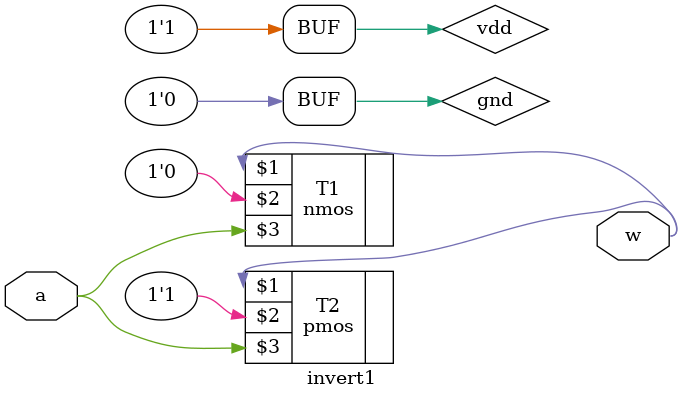
<source format=v>
`timescale 1ns/1ns
module invert1(input a,output w);
 supply1 vdd;
 supply0 gnd;
 nmos#(5,6,7)T1(w,gnd,a);
 pmos#(3,4,5)T2(w,vdd,a);
endmodule
 

</source>
